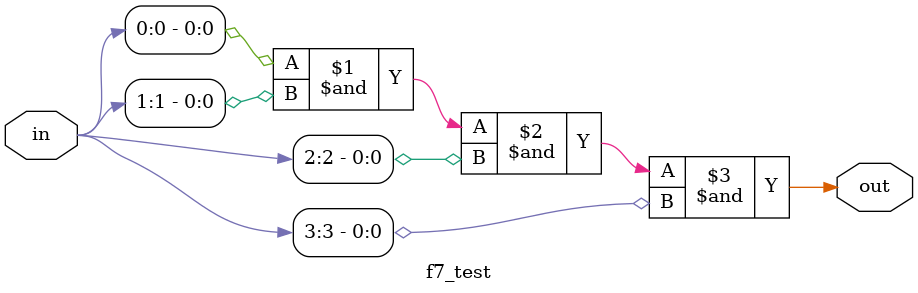
<source format=v>

module f1_test(input [1:0] in, output out);
assign out = in[0] & in[1];
endmodule

// test_simulation_and_2_test.v
module f2_test(input [1:0] in, output out);
assign out = in[0] && in[1];
endmodule

// test_simulation_and_3_test.v
module f3_test(input [2:0] in, output out);
assign out = in[0] & in[1] & in[2];
endmodule

// test_simulation_and_4_test.v
module f4_test(input [2:0] in, output out);
assign out = in[0] && in[1] && in[2];
endmodule

// test_simulation_and_5_test.v
module f5_test(input [3:0] in, output out);
assign out = in[0] & in[1] & in[2] & in[3];
endmodule

// test_simulation_and_6_test.v
module f6_test(input [3:0] in, output out);
assign out = in[0] && in[1] && in[2] && in[3];
endmodule

// test_simulation_and_7_test.v
module f7_test(input [3:0] in, output out);
and myand(out, in[0], in[1], in[2], in[3]);
endmodule

</source>
